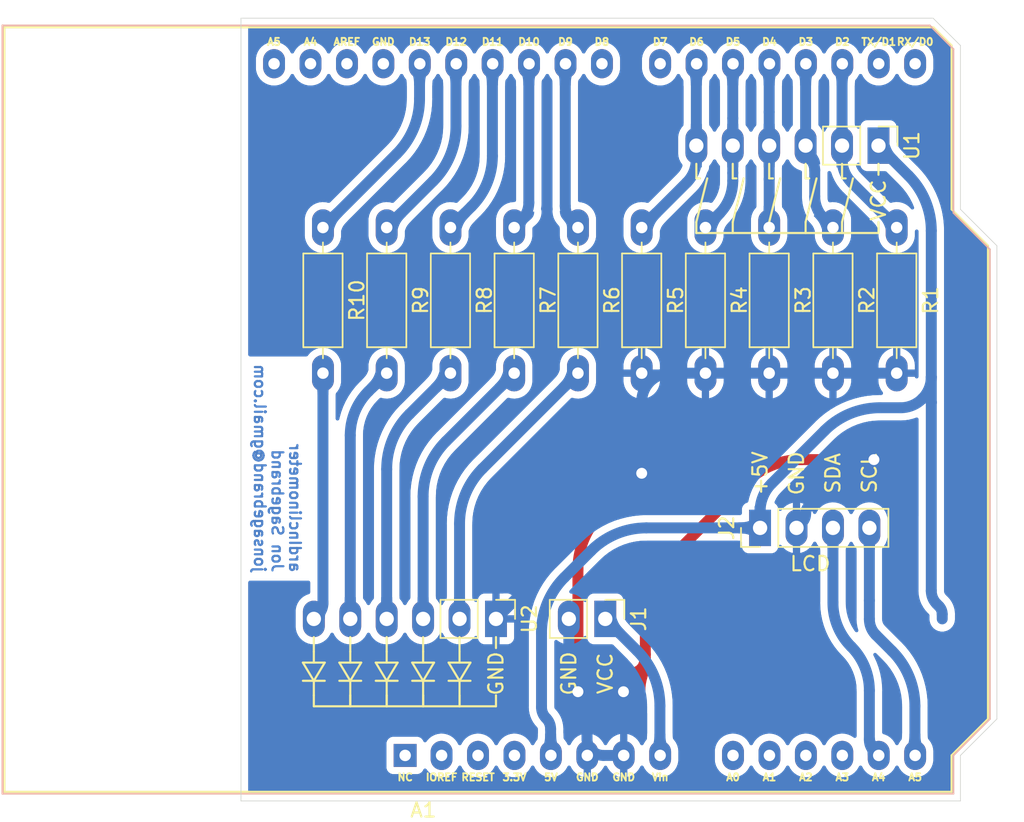
<source format=kicad_pcb>
(kicad_pcb (version 20221018) (generator pcbnew)
  (layers (0 "F.Cu" signal) (31 "B.Cu" signal) (34 "B.Paste" user) (35 "F.Paste" user) (36 "B.SilkS" user "B.Silkscreen") (37 "F.SilkS" user "F.Silkscreen") (38 "B.Mask" user) (39 "F.Mask" user) (44 "Edge.Cuts" user))
  (net 0 "")
  (net 4 "Net-(A1-Pad14)")
  (net 6 "Net-(A1-Pad13)")
  (net 7 "Net-(A1-Pad28)")
  (net 9 "Net-(A1-Pad27)")
  (net 11 "Net-(A1-Pad26)")
  (net 13 "Net-(A1-Pad25)")
  (net 15 "Net-(A1-Pad24)")
  (net 16 "+9V")
  (net 18 "GND")
  (net 20 "Net-(A1-Pad21)")
  (net 21 "+5V")
  (net 22 "Net-(A1-Pad20)")
  (net 24 "Net-(A1-Pad19)")
  (net 26 "Net-(A1-Pad18)")
  (net 28 "Net-(A1-Pad17)")
  (net 32 "Net-(R6-Pad2)")
  (net 33 "Net-(R7-Pad2)")
  (net 34 "Net-(R8-Pad2)")
  (net 35 "Net-(R9-Pad2)")
  (net 36 "Net-(R10-Pad2)")
  (footprint "My_Arduino:Arduino_UNO_R3_shield_large" (layer "F.Cu") (at 131.212488 71.755)
    (fp_text reference "A1")
    (fp_text value "Arduino_UNO_R3")
  )
  (footprint "My_Headers:2-pin_power_input_header_larger_pads" (layer "F.Cu") (at 154.305 110.49 -90)
    (fp_text reference "J1")
    (fp_text value "2-pin_power_input_header" hide)
  )
  (footprint "My_Headers:4-pin_I2C_LCD_header_larger" (layer "F.Cu") (at 165.1 104.14 90)
    (fp_text reference "J2")
    (fp_text value "4-pin_I2C_LCD_header" hide)
  )
  (footprint "My_Misc:R_Axial_DIN0207_L6.3mm_D2.5mm_P10.16mm_Horizontal_larger_pads" (layer "F.Cu") (at 174.625 83.185 -90)
    (fp_text reference "R1")
    (fp_text value "10k" hide)
  )
  (footprint "My_Misc:R_Axial_DIN0207_L6.3mm_D2.5mm_P10.16mm_Horizontal_larger_pads" (layer "F.Cu") (at 170.18 83.185 -90)
    (fp_text reference "R2")
    (fp_text value "10k" hide)
  )
  (footprint "My_Misc:R_Axial_DIN0207_L6.3mm_D2.5mm_P10.16mm_Horizontal_larger_pads" (layer "F.Cu") (at 165.735 83.185 -90)
    (fp_text reference "R3")
    (fp_text value "10k" hide)
  )
  (footprint "My_Misc:R_Axial_DIN0207_L6.3mm_D2.5mm_P10.16mm_Horizontal_larger_pads" (layer "F.Cu") (at 161.29 83.185 -90)
    (fp_text reference "R4")
    (fp_text value "10k" hide)
  )
  (footprint "My_Misc:R_Axial_DIN0207_L6.3mm_D2.5mm_P10.16mm_Horizontal_larger_pads" (layer "F.Cu") (at 156.845 83.185 -90)
    (fp_text reference "R5")
    (fp_text value "10k" hide)
  )
  (footprint "My_Misc:R_Axial_DIN0207_L6.3mm_D2.5mm_P10.16mm_Horizontal_larger_pads" (layer "F.Cu") (at 152.4 83.185 -90)
    (fp_text reference "R6")
    (fp_text value "220R" hide)
  )
  (footprint "My_Misc:R_Axial_DIN0207_L6.3mm_D2.5mm_P10.16mm_Horizontal_larger_pads" (layer "F.Cu") (at 147.955 83.185 -90)
    (fp_text reference "R7")
    (fp_text value "220R" hide)
  )
  (footprint "My_Misc:R_Axial_DIN0207_L6.3mm_D2.5mm_P10.16mm_Horizontal_larger_pads" (layer "F.Cu") (at 143.51 83.185 -90)
    (fp_text reference "R8")
    (fp_text value "220R" hide)
  )
  (footprint "My_Misc:R_Axial_DIN0207_L6.3mm_D2.5mm_P10.16mm_Horizontal_larger_pads" (layer "F.Cu") (at 139.065 83.185 -90)
    (fp_text reference "R9")
    (fp_text value "220R" hide)
  )
  (footprint "My_Misc:R_Axial_DIN0207_L6.3mm_D2.5mm_P10.16mm_Horizontal_larger_pads" (layer "F.Cu") (at 134.62 83.185 -90)
    (fp_text reference "R10")
    (fp_text value "220R" hide)
  )
  (footprint "My_Headers:6-pin_5_switch_header_large" (layer "F.Cu") (at 173.355 77.47 -90)
    (fp_text reference "U1")
    (fp_text value "6-pin_5_button_header" hide)
  )
  (footprint "My_Headers:6-pin_5_LED_header_large" (layer "F.Cu") (at 146.685 110.49 -90)
    (fp_text reference "U2")
    (fp_text value "6-pin_5_LED_header" hide)
  )
  (gr_line (start 128.905 123.19) (end 128.905 68.58) (stroke (width 0.05)) (layer "Edge.Cuts"))
  (gr_line (start 181.61 117.475) (end 181.61 84.455) (stroke (width 0.05)) (layer "Edge.Cuts"))
  (gr_line (start 179.07 120.015) (end 179.07 123.19) (stroke (width 0.05)) (layer "Edge.Cuts"))
  (gr_line (start 179.07 123.19) (end 128.905 123.19) (stroke (width 0.05)) (layer "Edge.Cuts"))
  (gr_line (start 177.165 68.58) (end 179.07 70.485) (stroke (width 0.05)) (layer "Edge.Cuts"))
  (gr_line (start 179.07 120.015) (end 181.61 117.475) (stroke (width 0.05)) (layer "Edge.Cuts"))
  (gr_line (start 179.07 81.915) (end 181.61 84.455) (stroke (width 0.05)) (layer "Edge.Cuts"))
  (gr_line (start 128.905 68.58) (end 177.165 68.58) (stroke (width 0.05)) (layer "Edge.Cuts"))
  (gr_line (start 179.07 70.485) (end 179.07 81.915) (stroke (width 0.05)) (layer "Edge.Cuts"))
  (gr_text "ardInclinometer\nJon Sagebrand\njonsagebrand@gmail.com" (at 131.445 107.315 -90) (layer "B.Cu") (effects (font (size 0.762 0.762) (thickness 0.1524)) (justify left mirror)))
  (segment (start 174.3075 112.73959) (end 173.17859 111.61068) (width 0.762) (layer "B.Cu") (net 4))
  (segment (start 175.895 116.572154) (end 175.895 120.015) (width 0.762) (layer "B.Cu") (net 4))
  (segment (start 172.72 109.206455) (end 172.72 104.14) (width 0.762) (layer "B.Cu") (net 4))
  (segment (start 172.72 109.206455) (end 172.72 110.503545) (width 0.762) (layer "B.Cu") (net 4))
  (arc (start 174.3075 112.73959) (mid 175.482422 114.497985) (end 175.895 116.572154) (width 0.762) (layer "B.Cu") (net 4))
  (arc (start 172.72 110.503545) (mid 172.839183 111.102722) (end 173.17859 111.61068) (width 0.762) (layer "B.Cu") (net 4))
  (segment (start 170.18 109.356031) (end 170.18 104.14) (width 0.762) (layer "B.Cu") (net 6))
  (segment (start 172.72001 115.488158) (end 172.72001 118.931004) (width 0.762) (layer "B.Cu") (net 6))
  (segment (start 173.037505 119.697505) (end 173.355 120.015) (width 0.762) (layer "B.Cu") (net 6))
  (arc (start 170.18 109.356031) (mid 170.510063 111.015373) (end 171.450005 112.422095) (width 0.762) (layer "B.Cu") (net 6))
  (arc (start 171.450005 112.422095) (mid 172.389946 113.828816) (end 172.72001 115.488158) (width 0.762) (layer "B.Cu") (net 6))
  (arc (start 172.72001 118.931004) (mid 172.802524 119.345831) (end 173.037505 119.697505) (width 0.762) (layer "B.Cu") (net 6))
  (segment (start 139.761207 78.043792) (end 134.62 83.185) (width 0.762) (layer "B.Cu") (net 7))
  (segment (start 141.355 74.196036) (end 141.355 71.755) (width 0.762) (layer "B.Cu") (net 7))
  (arc (start 141.355 74.196036) (mid 140.940786 76.278426) (end 139.761207 78.043792) (width 0.762) (layer "B.Cu") (net 7))
  (segment (start 142.301207 79.948792) (end 139.065 83.185) (width 0.762) (layer "B.Cu") (net 9))
  (segment (start 143.895 76.101036) (end 143.895 71.755) (width 0.762) (layer "B.Cu") (net 9))
  (arc (start 143.895 76.101036) (mid 143.480786 78.183426) (end 142.301207 79.948792) (width 0.762) (layer "B.Cu") (net 9))
  (segment (start 144.9725 81.7225) (end 143.51 83.185) (width 0.762) (layer "B.Cu") (net 11))
  (segment (start 146.435 78.191712) (end 146.435 71.755) (width 0.762) (layer "B.Cu") (net 11))
  (arc (start 146.435 78.191712) (mid 146.054908 80.10256) (end 144.9725 81.7225) (width 0.762) (layer "B.Cu") (net 11))
  (segment (start 148.975 81.443751) (end 148.975 71.755) (width 0.762) (layer "B.Cu") (net 13))
  (segment (start 148.465 82.675) (end 147.955 83.185) (width 0.762) (layer "B.Cu") (net 13))
  (arc (start 148.975 81.443751) (mid 148.842455 82.110098) (end 148.465 82.675) (width 0.762) (layer "B.Cu") (net 13))
  (segment (start 151.9575 82.7425) (end 152.4 83.185) (width 0.762) (layer "B.Cu") (net 15))
  (segment (start 151.515 81.67421) (end 151.515 71.755) (width 0.762) (layer "B.Cu") (net 15))
  (arc (start 151.515 81.67421) (mid 151.630002 82.252364) (end 151.9575 82.7425) (width 0.762) (layer "B.Cu") (net 15))
  (segment (start 156.521207 112.706207) (end 154.305 110.49) (width 0.762) (layer "B.Cu") (net 16))
  (segment (start 158.115 116.553963) (end 158.115 120.015) (width 0.762) (layer "B.Cu") (net 16))
  (arc (start 156.521207 112.706207) (mid 157.700786 114.471572) (end 158.115 116.553963) (width 0.762) (layer "B.Cu") (net 16))
  (segment (start 173.0375 99.3775) (end 167.976261 99.3775) (width 0.762) (layer "F.Cu") (net 18))
  (segment (start 158.692791 106.407006) (end 164.128505 100.971292) (width 0.762) (layer "F.Cu") (net 18))
  (segment (start 152.4 107.028963) (end 152.4 115.57) (width 0.762) (layer "F.Cu") (net 18))
  (segment (start 157.098999 112.96837) (end 157.098999 110.254762) (width 0.762) (layer "F.Cu") (net 18))
  (segment (start 156.336999 114.808) (end 155.575 115.57) (width 0.762) (layer "F.Cu") (net 18))
  (segment (start 153.993792 103.181207) (end 156.845 100.33) (width 0.762) (layer "F.Cu") (net 18))
  (via (at 152.4 115.57) (size 3.048) (drill 0.762) (layers "F.Cu" "B.Cu") (net 18))
  (via (at 156.845 100.33) (size 3.048) (drill 0.762) (layers "F.Cu" "B.Cu") (net 18))
  (via (at 155.575 115.57) (size 3.048) (drill 0.762) (layers "F.Cu" "B.Cu") (net 18))
  (via (at 173.0375 99.3775) (size 3.048) (drill 0.762) (layers "F.Cu" "B.Cu") (net 18))
  (arc (start 157.098999 112.96837) (mid 156.900961 113.96397) (end 156.336999 114.808) (width 0.762) (layer "F.Cu") (net 18))
  (arc (start 153.993792 103.181207) (mid 152.814213 104.946572) (end 152.4 107.028963) (width 0.762) (layer "F.Cu") (net 18))
  (arc (start 167.976261 99.3775) (mid 165.89387 99.791713) (end 164.128505 100.971292) (width 0.762) (layer "F.Cu") (net 18))
  (arc (start 158.692791 106.407006) (mid 157.513212 108.172371) (end 157.098999 110.254762) (width 0.762) (layer "F.Cu") (net 18))
  (segment (start 155.575 115.57) (end 152.4 115.57) (width 0.762) (layer "B.Cu") (net 18))
  (segment (start 155.575 115.57) (end 155.575 115.57) (width 0.762) (layer "B.Cu") (net 18))
  (segment (start 156.845 100.33) (end 156.845 100.33) (width 0.762) (layer "B.Cu") (net 18))
  (segment (start 173.0375 99.3775) (end 172.72 99.06) (width 0.762) (layer "B.Cu") (net 18))
  (segment (start 154.178 120.015) (end 155.575 120.015) (width 0.762) (layer "B.Cu") (net 18))
  (segment (start 163.5125 93.345) (end 159.0675 93.345) (width 0.762) (layer "B.Cu") (net 18))
  (segment (start 168.040905 103.739094) (end 167.64 104.14) (width 0.762) (layer "B.Cu") (net 18))
  (segment (start 159.0675 93.345) (end 158.844998 93.345) (width 0.762) (layer "B.Cu") (net 18))
  (segment (start 156.845 100.33) (end 146.685 110.49) (width 0.762) (layer "B.Cu") (net 18))
  (segment (start 156.845 100.33) (end 156.845 95.344998) (width 0.762) (layer "B.Cu") (net 18))
  (segment (start 151.765 115.2525) (end 151.765 110.49) (width 0.762) (layer "B.Cu") (net 18))
  (segment (start 152.4 115.57) (end 152.0825 115.57) (width 0.762) (layer "B.Cu") (net 18))
  (segment (start 172.4025 93.345) (end 174.625 93.345) (width 0.762) (layer "B.Cu") (net 18))
  (segment (start 168.832954 102.284954) (end 168.509074 102.608835) (width 0.762) (layer "B.Cu") (net 18))
  (segment (start 170.180001 101.72699) (end 172.570125 101.72699) (width 0.762) (layer "B.Cu") (net 18))
  (segment (start 173.50908 100.182537) (end 173.50908 100.788035) (width 0.762) (layer "B.Cu") (net 18))
  (segment (start 153.035 118.872) (end 153.035 118.627025) (width 0.762) (layer "B.Cu") (net 18))
  (segment (start 175.26 104.715997) (end 175.26 110.49) (width 0.762) (layer "B.Cu") (net 18))
  (segment (start 152.079308 116.773308) (end 152.4 117.094) (width 0.762) (layer "B.Cu") (net 18))
  (segment (start 174.38454 102.60245) (end 174.173021 102.390931) (width 0.762) (layer "B.Cu") (net 18))
  (segment (start 151.765 116.0145) (end 151.765 115.8875) (width 0.762) (layer "B.Cu") (net 18))
  (segment (start 172.4025 93.345) (end 167.9575 93.345) (width 0.762) (layer "B.Cu") (net 18))
  (segment (start 167.9575 93.345) (end 163.5125 93.345) (width 0.762) (layer "B.Cu") (net 18))
  (segment (start 151.765 115.8875) (end 151.765 115.2525) (width 0.762) (layer "B.Cu") (net 18))
  (segment (start 173.27329 99.61329) (end 173.0375 99.3775) (width 0.762) (layer "B.Cu") (net 18))
  (arc (start 174.173021 102.390931) (mid 173.437606 101.899542) (end 172.570125 101.72699) (width 0.762) (layer "B.Cu") (net 18))
  (arc (start 168.509074 102.608835) (mid 168.335826 102.868119) (end 168.27499 103.173965) (width 0.762) (layer "B.Cu") (net 18))
  (arc (start 170.180001 101.72699) (mid 169.450984 101.872) (end 168.832954 102.284954) (width 0.762) (layer "B.Cu") (net 18))
  (arc (start 173.50908 100.788035) (mid 173.681632 101.655516) (end 174.173021 102.390931) (width 0.762) (layer "B.Cu") (net 18))
  (arc (start 152.4 117.094) (mid 152.869968 117.797357) (end 153.035 118.627025) (width 0.762) (layer "B.Cu") (net 18))
  (arc (start 172.570125 101.72699) (mid 173.234066 101.451976) (end 173.50908 100.788035) (width 0.762) (layer "B.Cu") (net 18))
  (arc (start 153.035 118.872) (mid 153.369776 119.680223) (end 154.178 120.015) (width 0.762) (layer "B.Cu") (net 18))
  (arc (start 152.0825 115.57) (mid 151.857993 115.662993) (end 151.765 115.8875) (width 0.762) (layer "B.Cu") (net 18))
  (arc (start 158.844998 93.345) (mid 157.430785 93.930785) (end 156.845 95.344998) (width 0.762) (layer "B.Cu") (net 18))
  (arc (start 174.38454 102.60245) (mid 175.032475 103.572153) (end 175.26 104.715997) (width 0.762) (layer "B.Cu") (net 18))
  (arc (start 151.765 115.2525) (mid 151.857993 115.477006) (end 152.0825 115.57) (width 0.762) (layer "B.Cu") (net 18))
  (arc (start 168.27499 103.173965) (mid 168.214153 103.47981) (end 168.040905 103.739094) (width 0.762) (layer "B.Cu") (net 18))
  (arc (start 151.765 116.0145) (mid 151.846685 116.425164) (end 152.079308 116.773308) (width 0.762) (layer "B.Cu") (net 18))
  (arc (start 173.27329 99.61329) (mid 173.4478 99.874462) (end 173.50908 100.182537) (width 0.762) (layer "B.Cu") (net 18))
  (segment (start 160.655 76.5175) (end 160.655 71.755) (width 0.762) (layer "B.Cu") (net 20))
  (segment (start 159.98148 80.048519) (end 156.845 83.185) (width 0.762) (layer "B.Cu") (net 20))
  (segment (start 160.655 76.5175) (end 160.655 78.4225) (width 0.762) (layer "B.Cu") (net 20))
  (arc (start 160.655 78.4225) (mid 160.479957 79.302495) (end 159.98148 80.048519) (width 0.762) (layer "B.Cu") (net 20))
  (segment (start 177.8 110.158955) (end 177.8 110.49) (width 0.762) (layer "B.Cu") (net 21))
  (segment (start 177.038001 93.615991) (end 177.038001 83.406964) (width 0.762) (layer "B.Cu") (net 21))
  (segment (start 149.85999 111.446883) (end 149.85999 116.64497) (width 0.762) (layer "B.Cu") (net 21))
  (segment (start 150.495 118.178019) (end 150.495 120.015) (width 0.762) (layer "B.Cu") (net 21))
  (segment (start 169.602206 97.351793) (end 165.908223 101.045776) (width 0.762) (layer "B.Cu") (net 21))
  (segment (start 163.957 104.14) (end 157.166873 104.14) (width 0.762) (layer "B.Cu") (net 21))
  (segment (start 177.038001 108.527096) (end 177.038001 95.39049) (width 0.762) (layer "B.Cu") (net 21))
  (segment (start 175.444208 79.559208) (end 173.355 77.47) (width 0.762) (layer "B.Cu") (net 21))
  (segment (start 177.419 109.44691) (end 177.565915 109.593825) (width 0.762) (layer "B.Cu") (net 21))
  (segment (start 151.453782 107.599126) (end 153.319117 105.733792) (width 0.762) (layer "B.Cu") (net 21))
  (segment (start 177.038001 93.615991) (end 177.038001 95.39049) (width 0.762) (layer "B.Cu") (net 21))
  (segment (start 173.449962 95.758001) (end 174.895991 95.758001) (width 0.762) (layer "B.Cu") (net 21))
  (arc (start 165.1 102.997) (mid 164.765223 103.805223) (end 163.957 104.14) (width 0.762) (layer "B.Cu") (net 21))
  (arc (start 151.453782 107.599126) (mid 150.274203 109.364492) (end 149.85999 111.446883) (width 0.762) (layer "B.Cu") (net 21))
  (arc (start 175.444208 79.559208) (mid 176.623787 81.324573) (end 177.038001 83.406964) (width 0.762) (layer "B.Cu") (net 21))
  (arc (start 177.565915 109.593825) (mid 177.739163 109.853109) (end 177.8 110.158955) (width 0.762) (layer "B.Cu") (net 21))
  (arc (start 173.449962 95.758001) (mid 171.367571 96.172214) (end 169.602206 97.351793) (width 0.762) (layer "B.Cu") (net 21))
  (arc (start 176.410621 95.130621) (mid 175.715702 95.59495) (end 174.895991 95.758001) (width 0.762) (layer "B.Cu") (net 21))
  (arc (start 157.166873 104.14) (mid 155.084482 104.554213) (end 153.319117 105.733792) (width 0.762) (layer "B.Cu") (net 21))
  (arc (start 165.908223 101.045776) (mid 165.31005 101.941005) (end 165.1 102.997) (width 0.762) (layer "B.Cu") (net 21))
  (arc (start 149.85999 116.64497) (mid 149.942506 117.05981) (end 150.177495 117.411495) (width 0.762) (layer "B.Cu") (net 21))
  (arc (start 177.038001 95.39049) (mid 176.81113 95.050954) (end 176.410621 95.130621) (width 0.762) (layer "B.Cu") (net 21))
  (arc (start 150.177495 117.411495) (mid 150.412483 117.763179) (end 150.495 118.178019) (width 0.762) (layer "B.Cu") (net 21))
  (arc (start 176.410621 95.130621) (mid 176.87495 94.435702) (end 177.038001 93.615991) (width 0.762) (layer "B.Cu") (net 21))
  (arc (start 177.038001 108.527096) (mid 177.137019 109.024895) (end 177.419 109.44691) (width 0.762) (layer "B.Cu") (net 21))
  (segment (start 163.195 75.565) (end 163.195 71.755) (width 0.762) (layer "B.Cu") (net 22))
  (segment (start 162.2425 82.2325) (end 161.29 83.185) (width 0.762) (layer "B.Cu") (net 22))
  (segment (start 163.195 75.565) (end 163.195 79.375) (width 0.762) (layer "B.Cu") (net 22))
  (segment (start 163.195 79.932961) (end 163.195 79.375) (width 0.762) (layer "B.Cu") (net 22))
  (arc (start 163.195 79.932961) (mid 162.947453 81.177462) (end 162.2425 82.2325) (width 0.762) (layer "B.Cu") (net 22))
  (segment (start 165.735 79.813144) (end 165.735 83.185) (width 0.762) (layer "B.Cu") (net 24))
  (segment (start 165.735 75.126856) (end 165.735 71.755) (width 0.762) (layer "B.Cu") (net 24))
  (segment (start 165.735 75.126856) (end 165.735 79.813144) (width 0.762) (layer "B.Cu") (net 24))
  (segment (start 168.90999 81.016957) (end 168.90999 79.188995) (width 0.762) (layer "B.Cu") (net 26))
  (segment (start 169.544995 82.549995) (end 170.18 83.185) (width 0.762) (layer "B.Cu") (net 26))
  (segment (start 168.275 77.655994) (end 168.275 71.755) (width 0.762) (layer "B.Cu") (net 26))
  (arc (start 168.275 77.655994) (mid 168.357514 78.070821) (end 168.592495 78.422495) (width 0.762) (layer "B.Cu") (net 26))
  (arc (start 168.592495 78.422495) (mid 168.827475 78.774168) (end 168.90999 79.188995) (width 0.762) (layer "B.Cu") (net 26))
  (arc (start 168.90999 81.016957) (mid 169.075022 81.846631) (end 169.544995 82.549995) (width 0.762) (layer "B.Cu") (net 26))
  (segment (start 170.815 76.5175) (end 170.815 71.755) (width 0.762) (layer "B.Cu") (net 28))
  (segment (start 171.488519 80.048519) (end 174.625 83.185) (width 0.762) (layer "B.Cu") (net 28))
  (segment (start 170.815 76.5175) (end 170.815 78.4225) (width 0.762) (layer "B.Cu") (net 28))
  (arc (start 170.815 78.4225) (mid 170.990041 79.302495) (end 171.488519 80.048519) (width 0.762) (layer "B.Cu") (net 28))
  (segment (start 144.145 103.853963) (end 144.145 110.49) (width 0.762) (layer "B.Cu") (net 32))
  (segment (start 145.738792 100.006207) (end 152.4 93.345) (width 0.762) (layer "B.Cu") (net 32))
  (arc (start 145.738792 100.006207) (mid 144.559213 101.771572) (end 144.145 103.853963) (width 0.762) (layer "B.Cu") (net 32))
  (segment (start 141.605 101.948963) (end 141.605 110.49) (width 0.762) (layer "B.Cu") (net 33))
  (segment (start 143.198792 98.101207) (end 147.955 93.345) (width 0.762) (layer "B.Cu") (net 33))
  (arc (start 143.198792 98.101207) (mid 142.019213 99.866572) (end 141.605 101.948963) (width 0.762) (layer "B.Cu") (net 33))
  (segment (start 140.658792 96.196207) (end 143.51 93.345) (width 0.762) (layer "B.Cu") (net 34))
  (segment (start 139.065 100.043963) (end 139.065 110.49) (width 0.762) (layer "B.Cu") (net 34))
  (arc (start 140.658792 96.196207) (mid 139.479213 97.961572) (end 139.065 100.043963) (width 0.762) (layer "B.Cu") (net 34))
  (segment (start 136.525 97.681051) (end 136.525 110.49) (width 0.762) (layer "B.Cu") (net 35))
  (segment (start 137.795 94.615) (end 139.065 93.345) (width 0.762) (layer "B.Cu") (net 35))
  (arc (start 137.795 94.615) (mid 136.855062 96.021716) (end 136.525 97.681051) (width 0.762) (layer "B.Cu") (net 35))
  (segment (start 134.62 109.405987) (end 134.62 93.345) (width 0.762) (layer "B.Cu") (net 36))
  (segment (start 134.3025 110.1725) (end 133.985 110.49) (width 0.762) (layer "B.Cu") (net 36))
  (arc (start 134.62 109.405987) (mid 134.537484 109.82082) (end 134.3025 110.1725) (width 0.762) (layer "B.Cu") (net 36))
  (zone (net 18) (net_name "GND") (layer "F.Cu") (priority 16962) (connect_pads yes (clearance 0)) (min_thickness 0.0254) (fill yes (thermal_gap 0.508) (thermal_bridge_width 0.508))
    (polygon (pts (xy 154.961975 102.75184) (xy 155.22167 102.512779) (xy 155.458485 102.334923) (xy 155.67922 102.207056) (xy 155.890671 102.117963) (xy 156.099638 102.056428) (xy 156.312918 102.011237) (xy 156.53731 101.971173) (xy 156.779612 101.925022) (xy 157.046622 101.861568) (xy 157.345139 101.769596) (xy 157.383815 99.791185) (xy 155.405404 99.829861) (xy 155.313431 100.128377) (xy 155.249977 100.395387) (xy 155.203826 100.637689) (xy 155.163762 100.862081) (xy 155.118571 101.075361) (xy 155.057036 101.284328) (xy 154.967943 101.495779) (xy 154.840076 101.716514) (xy 154.66222 101.953329) (xy 154.42316 102.213025)))
  )
  (zone (net 18) (net_name "GND") (layer "F.Cu") (priority 16962) (connect_pads yes (clearance 0)) (min_thickness 0.0254) (fill yes (thermal_gap 0.508) (thermal_bridge_width 0.508))
    (polygon (pts (xy 156.717999 113.147262) (xy 156.693153 113.400086) (xy 156.622356 113.591009) (xy 156.511218 113.730369) (xy 156.365347 113.828502) (xy 156.190352 113.895745) (xy 155.991844 113.942434) (xy 155.775431 113.978908) (xy 155.546724 114.015503) (xy 155.31133 114.062556) (xy 155.074861 114.130404) (xy 155.036185 116.108815) (xy 157.099 115.57) (xy 157.109667 115.277022) (xy 157.138623 115.027657) (xy 157.181295 114.809775) (xy 157.233111 114.611247) (xy 157.289499 114.419943) (xy 157.345887 114.223734) (xy 157.397703 114.010491) (xy 157.440375 113.768084) (xy 157.469331 113.484384) (xy 157.479999 113.147262)))
  )
  (zone (net 18) (net_name "GND") (layer "F.Cu") (priority 16962) (connect_pads yes (clearance 0)) (min_thickness 0.0254) (fill yes (thermal_gap 0.508) (thermal_bridge_width 0.508))
    (polygon (pts (xy 169.9935 99.7585) (xy 170.346173 99.773091) (xy 170.63939 99.814781) (xy 170.885889 99.880449) (xy 171.098406 99.966969) (xy 171.28968 100.071219) (xy 171.472447 100.190076) (xy 171.659445 100.320415) (xy 171.863413 100.459115) (xy 172.097086 100.603051) (xy 172.373204 100.7491) (xy 173.7995 99.3775) (xy 172.373204 98.0059) (xy 172.097086 98.151948) (xy 171.863413 98.295884) (xy 171.659445 98.434584) (xy 171.472447 98.564923) (xy 171.28968 98.68378) (xy 171.098406 98.78803) (xy 170.885889 98.87455) (xy 170.63939 98.940218) (xy 170.346173 98.981908) (xy 169.9935 98.9965)))
  )
  (zone (net 18) (net_name "GND") (layer "F.Cu") (priority 16962) (connect_pads yes (clearance 0)) (min_thickness 0.0254) (fill yes (thermal_gap 0.508) (thermal_bridge_width 0.508))
    (polygon (pts (xy 152.019 112.526) (xy 152.004408 112.878673) (xy 151.962718 113.17189) (xy 151.89705 113.418389) (xy 151.81053 113.630906) (xy 151.70628 113.82218) (xy 151.587423 114.004947) (xy 151.457084 114.191945) (xy 151.318384 114.395913) (xy 151.174448 114.629586) (xy 151.0284 114.905704) (xy 152.4 116.332) (xy 153.7716 114.905704) (xy 153.625551 114.629586) (xy 153.481615 114.395913) (xy 153.342915 114.191945) (xy 153.212576 114.004947) (xy 153.093719 113.82218) (xy 152.989469 113.630906) (xy 152.902949 113.418389) (xy 152.837281 113.17189) (xy 152.795591 112.878673) (xy 152.781 112.526)))
  )
  (zone (net 24) (net_name "Net-(A1-Pad19)") (layer "B.Cu") (priority 16962) (connect_pads yes (clearance 0)) (min_thickness 0.0254) (fill yes (thermal_gap 0.508) (thermal_bridge_width 0.508))
    (polygon (pts (xy 165.354 75.948) (xy 165.351247 76.118612) (xy 165.342859 76.265123) (xy 165.328638 76.39227) (xy 165.308387 76.504787) (xy 165.281908 76.60741) (xy 165.249005 76.704874) (xy 165.209479 76.801915) (xy 165.163135 76.903268) (xy 165.109774 77.013668) (xy 165.0492 77.137852) (xy 165.735 77.851) (xy 166.4208 77.137852) (xy 166.360225 77.013668) (xy 166.306864 76.903268) (xy 166.26052 76.801915) (xy 166.220994 76.704874) (xy 166.188091 76.60741) (xy 166.161612 76.504787) (xy 166.141361 76.39227) (xy 166.12714 76.265123) (xy 166.118752 76.118612) (xy 166.116 75.948)))
  )
  (zone (net 33) (net_name "Net-(R7-Pad2)") (layer "B.Cu") (priority 16962) (connect_pads yes (clearance 0)) (min_thickness 0.0254) (fill yes (thermal_gap 0.508) (thermal_bridge_width 0.508))
    (polygon (pts (xy 147.148192 94.690624) (xy 147.270778 94.571929) (xy 147.380309 94.474261) (xy 147.480271 94.39441) (xy 147.574152 94.329168) (xy 147.66544 94.275326) (xy 147.757624 94.229675) (xy 147.854191 94.189005) (xy 147.958629 94.150109) (xy 148.074425 94.109776) (xy 148.205069 94.064798) (xy 148.224407 93.075593) (xy 147.235202 93.094931) (xy 147.190223 93.225574) (xy 147.14989 93.34137) (xy 147.110994 93.445808) (xy 147.070324 93.542375) (xy 147.024673 93.634559) (xy 146.970831 93.725847) (xy 146.905589 93.819728) (xy 146.825738 93.91969) (xy 146.72807 94.029221) (xy 146.609376 94.151808)))
  )
  (zone (net 9) (net_name "Net-(A1-Pad27)") (layer "B.Cu") (priority 16962) (connect_pads yes (clearance 0)) (min_thickness 0.0254) (fill yes (thermal_gap 0.508) (thermal_bridge_width 0.508))
    (polygon (pts (xy 139.871808 81.839376) (xy 139.749221 81.95807) (xy 139.63969 82.055738) (xy 139.539728 82.135589) (xy 139.445847 82.200831) (xy 139.354559 82.254673) (xy 139.262375 82.300324) (xy 139.165808 82.340994) (xy 139.06137 82.37989) (xy 138.945574 82.420223) (xy 138.814931 82.465202) (xy 138.795593 83.454407) (xy 139.784798 83.435069) (xy 139.829776 83.304425) (xy 139.870109 83.188629) (xy 139.909005 83.084191) (xy 139.949675 82.987624) (xy 139.995326 82.89544) (xy 140.049168 82.804152) (xy 140.11441 82.710271) (xy 140.194261 82.610309) (xy 140.291929 82.500778) (xy 140.410624 82.378192)))
  )
  (zone (net 18) (net_name "GND") (layer "B.Cu") (connect_pads (clearance 0.508)) (min_thickness 0.254) (fill yes (thermal_gap 0.508) (thermal_bridge_width 0.508))
    (polygon (pts (xy 182.88 123.825) (xy 128.27 123.825) (xy 128.27 67.945) (xy 182.88 67.945)))
  )
  (zone (net 20) (net_name "Net-(A1-Pad21)") (layer "B.Cu") (priority 16962) (connect_pads yes (clearance 0)) (min_thickness 0.0254) (fill yes (thermal_gap 0.508) (thermal_bridge_width 0.508))
    (polygon (pts (xy 160.274 75.948) (xy 160.271247 76.118612) (xy 160.262859 76.265123) (xy 160.248638 76.39227) (xy 160.228387 76.504787) (xy 160.201908 76.60741) (xy 160.169005 76.704874) (xy 160.129479 76.801915) (xy 160.083135 76.903268) (xy 160.029774 77.013668) (xy 159.9692 77.137852) (xy 160.655 77.851) (xy 161.3408 77.137852) (xy 161.280225 77.013668) (xy 161.226864 76.903268) (xy 161.18052 76.801915) (xy 161.140994 76.704874) (xy 161.108091 76.60741) (xy 161.081612 76.504787) (xy 161.061361 76.39227) (xy 161.04714 76.265123) (xy 161.038752 76.118612) (xy 161.036 75.948)))
  )
  (zone (net 11) (net_name "Net-(A1-Pad26)") (layer "B.Cu") (priority 16962) (connect_pads yes (clearance 0)) (min_thickness 0.0254) (fill yes (thermal_gap 0.508) (thermal_bridge_width 0.508))
    (polygon (pts (xy 146.816 73.277) (xy 146.818812 73.108116) (xy 146.827397 72.963034) (xy 146.841976 72.837118) (xy 146.862771 72.72573) (xy 146.890003 72.624234) (xy 146.923894 72.527994) (xy 146.964664 72.432371) (xy 147.012536 72.33273) (xy 147.067732 72.224434) (xy 147.130472 72.102847) (xy 146.46127 71.374101) (xy 145.759236 72.071272) (xy 145.817565 72.19804) (xy 145.869023 72.310544) (xy 145.913782 72.413615) (xy 145.952016 72.512088) (xy 145.983895 72.610794) (xy 146.009591 72.714568) (xy 146.029278 72.828243) (xy 146.043127 72.956651) (xy 146.05131 73.104625) (xy 146.054 73.277)))
  )
  (zone (net 22) (net_name "Net-(A1-Pad20)") (layer "B.Cu") (priority 16962) (connect_pads yes (clearance 0)) (min_thickness 0.0254) (fill yes (thermal_gap 0.508) (thermal_bridge_width 0.508))
    (polygon (pts (xy 162.096808 81.839376) (xy 161.974221 81.95807) (xy 161.86469 82.055738) (xy 161.764728 82.135589) (xy 161.670847 82.200831) (xy 161.579559 82.254673) (xy 161.487375 82.300324) (xy 161.390808 82.340994) (xy 161.28637 82.37989) (xy 161.170574 82.420223) (xy 161.039931 82.465202) (xy 161.020593 83.454407) (xy 162.009798 83.435069) (xy 162.054776 83.304425) (xy 162.095109 83.188629) (xy 162.134005 83.084191) (xy 162.174675 82.987624) (xy 162.220326 82.89544) (xy 162.274168 82.804152) (xy 162.33941 82.710271) (xy 162.419261 82.610309) (xy 162.516929 82.500778) (xy 162.635624 82.378192)))
  )
  (zone (net 21) (net_name "+5V") (layer "B.Cu") (priority 16962) (connect_pads yes (clearance 0)) (min_thickness 0.0254) (fill yes (thermal_gap 0.508) (thermal_bridge_width 0.508))
    (polygon (pts (xy 174.700624 78.276808) (xy 174.581929 78.154221) (xy 174.484261 78.04469) (xy 174.40441 77.944728) (xy 174.339168 77.850847) (xy 174.285326 77.759559) (xy 174.239675 77.667375) (xy 174.199005 77.570808) (xy 174.160109 77.46637) (xy 174.119776 77.350574) (xy 174.074798 77.219931) (xy 173.085593 77.200593) (xy 173.104931 78.189798) (xy 173.235574 78.234776) (xy 173.35137 78.275109) (xy 173.455808 78.314005) (xy 173.552375 78.354675) (xy 173.644559 78.400326) (xy 173.735847 78.454168) (xy 173.829728 78.51941) (xy 173.92969 78.599261) (xy 174.039221 78.696929) (xy 174.161808 78.815624)))
  )
  (zone (net 28) (net_name "Net-(A1-Pad17)") (layer "B.Cu") (priority 16962) (connect_pads yes (clearance 0)) (min_thickness 0.0254) (fill yes (thermal_gap 0.508) (thermal_bridge_width 0.508))
    (polygon (pts (xy 170.434 75.948) (xy 170.431247 76.118612) (xy 170.422859 76.265123) (xy 170.408638 76.39227) (xy 170.388387 76.504787) (xy 170.361908 76.60741) (xy 170.329005 76.704874) (xy 170.289479 76.801915) (xy 170.243135 76.903268) (xy 170.189774 77.013668) (xy 170.1292 77.137852) (xy 170.815 77.851) (xy 171.5008 77.137852) (xy 171.440225 77.013668) (xy 171.386864 76.903268) (xy 171.34052 76.801915) (xy 171.300994 76.704874) (xy 171.268091 76.60741) (xy 171.241612 76.504787) (xy 171.221361 76.39227) (xy 171.20714 76.265123) (xy 171.198752 76.118612) (xy 171.196 75.948)))
  )
  (zone (net 21) (net_name "+5V") (layer "B.Cu") (priority 16962) (connect_pads yes (clearance 0)) (min_thickness 0.0254) (fill yes (thermal_gap 0.508) (thermal_bridge_width 0.508))
    (polygon (pts (xy 164.719 102.618) (xy 164.716247 102.788612) (xy 164.707859 102.935123) (xy 164.693638 103.06227) (xy 164.673387 103.174787) (xy 164.646908 103.27741) (xy 164.614005 103.374874) (xy 164.574479 103.471915) (xy 164.528135 103.573268) (xy 164.474774 103.683668) (xy 164.4142 103.807852) (xy 165.1 104.521) (xy 165.7858 103.807852) (xy 165.725225 103.683668) (xy 165.671864 103.573268) (xy 165.62552 103.471915) (xy 165.585994 103.374874) (xy 165.553091 103.27741) (xy 165.526612 103.174787) (xy 165.506361 103.06227) (xy 165.49214 102.935123) (xy 165.483752 102.788612) (xy 165.481 102.618)))
  )
  (zone (net 35) (net_name "Net-(R9-Pad2)") (layer "B.Cu") (priority 16962) (connect_pads yes (clearance 0)) (min_thickness 0.0254) (fill yes (thermal_gap 0.508) (thermal_bridge_width 0.508))
    (polygon (pts (xy 138.258192 94.690624) (xy 138.380778 94.571929) (xy 138.490309 94.474261) (xy 138.590271 94.39441) (xy 138.684152 94.329168) (xy 138.77544 94.275326) (xy 138.867624 94.229675) (xy 138.964191 94.189005) (xy 139.068629 94.150109) (xy 139.184425 94.109776) (xy 139.315069 94.064798) (xy 139.334407 93.075593) (xy 138.345202 93.094931) (xy 138.300223 93.225574) (xy 138.25989 93.34137) (xy 138.220994 93.445808) (xy 138.180324 93.542375) (xy 138.134673 93.634559) (xy 138.080831 93.725847) (xy 138.015589 93.819728) (xy 137.935738 93.91969) (xy 137.83807 94.029221) (xy 137.719376 94.151808)))
  )
  (zone (net 28) (net_name "Net-(A1-Pad17)") (layer "B.Cu") (priority 16962) (connect_pads yes (clearance 0)) (min_thickness 0.0254) (fill yes (thermal_gap 0.508) (thermal_bridge_width 0.508))
    (polygon (pts (xy 171.196 78.992) (xy 171.198752 78.821387) (xy 171.20714 78.674876) (xy 171.221361 78.547729) (xy 171.241612 78.435212) (xy 171.268091 78.332589) (xy 171.300994 78.235125) (xy 171.34052 78.138084) (xy 171.386864 78.036731) (xy 171.440225 77.926331) (xy 171.5008 77.802148) (xy 170.815 77.089) (xy 170.1292 77.802148) (xy 170.189774 77.926331) (xy 170.243135 78.036731) (xy 170.289479 78.138084) (xy 170.329005 78.235125) (xy 170.361908 78.332589) (xy 170.388387 78.435212) (xy 170.408638 78.547729) (xy 170.422859 78.674876) (xy 170.431247 78.821387) (xy 170.434 78.992)))
  )
  (zone (net 24) (net_name "Net-(A1-Pad19)") (layer "B.Cu") (priority 16962) (connect_pads yes (clearance 0)) (min_thickness 0.0254) (fill yes (thermal_gap 0.508) (thermal_bridge_width 0.508))
    (polygon (pts (xy 166.116 78.992) (xy 166.118752 78.821387) (xy 166.12714 78.674876) (xy 166.141361 78.547729) (xy 166.161612 78.435212) (xy 166.188091 78.332589) (xy 166.220994 78.235125) (xy 166.26052 78.138084) (xy 166.306864 78.036731) (xy 166.360225 77.926331) (xy 166.4208 77.802148) (xy 165.735 77.089) (xy 165.0492 77.802148) (xy 165.109774 77.926331) (xy 165.163135 78.036731) (xy 165.209479 78.138084) (xy 165.249005 78.235125) (xy 165.281908 78.332589) (xy 165.308387 78.435212) (xy 165.328638 78.547729) (xy 165.342859 78.674876) (xy 165.351247 78.821387) (xy 165.354 78.992)))
  )
  (zone (net 26) (net_name "Net-(A1-Pad18)") (layer "B.Cu") (priority 16962) (connect_pads yes (clearance 0)) (min_thickness 0.0254) (fill yes (thermal_gap 0.508) (thermal_bridge_width 0.508))
    (polygon (pts (xy 168.656 73.277) (xy 168.658812 73.108116) (xy 168.667397 72.963034) (xy 168.681976 72.837118) (xy 168.702771 72.72573) (xy 168.730003 72.624234) (xy 168.763894 72.527994) (xy 168.804664 72.432371) (xy 168.852536 72.33273) (xy 168.907732 72.224434) (xy 168.970472 72.102847) (xy 168.30127 71.374101) (xy 167.599236 72.071272) (xy 167.657565 72.19804) (xy 167.709023 72.310544) (xy 167.753782 72.413615) (xy 167.792016 72.512088) (xy 167.823895 72.610794) (xy 167.849591 72.714568) (xy 167.869278 72.828243) (xy 167.883127 72.956651) (xy 167.89131 73.104625) (xy 167.894 73.277)))
  )
  (zone (net 35) (net_name "Net-(R9-Pad2)") (layer "B.Cu") (priority 16962) (connect_pads yes (clearance 0)) (min_thickness 0.0254) (fill yes (thermal_gap 0.508) (thermal_bridge_width 0.508))
    (polygon (pts (xy 136.144 108.968) (xy 136.141247 109.138612) (xy 136.132859 109.285123) (xy 136.118638 109.41227) (xy 136.098387 109.524787) (xy 136.071908 109.62741) (xy 136.039005 109.724874) (xy 135.999479 109.821915) (xy 135.953135 109.923268) (xy 135.899774 110.033668) (xy 135.8392 110.157852) (xy 136.525 110.871) (xy 137.2108 110.157852) (xy 137.150225 110.033668) (xy 137.096864 109.923268) (xy 137.05052 109.821915) (xy 137.010994 109.724874) (xy 136.978091 109.62741) (xy 136.951612 109.524787) (xy 136.931361 109.41227) (xy 136.91714 109.285123) (xy 136.908752 109.138612) (xy 136.906 108.968)))
  )
  (zone (net 4) (net_name "Net-(A1-Pad14)") (layer "B.Cu") (priority 16962) (connect_pads yes (clearance 0)) (min_thickness 0.0254) (fill yes (thermal_gap 0.508) (thermal_bridge_width 0.508))
    (polygon (pts (xy 173.101 105.662) (xy 173.103752 105.491387) (xy 173.11214 105.344876) (xy 173.126361 105.217729) (xy 173.146612 105.105212) (xy 173.173091 105.002589) (xy 173.205994 104.905125) (xy 173.24552 104.808084) (xy 173.291864 104.706731) (xy 173.345225 104.596331) (xy 173.4058 104.472148) (xy 172.72 103.759) (xy 172.0342 104.472148) (xy 172.094774 104.596331) (xy 172.148135 104.706731) (xy 172.194479 104.808084) (xy 172.234005 104.905125) (xy 172.266908 105.002589) (xy 172.293387 105.105212) (xy 172.313638 105.217729) (xy 172.327859 105.344876) (xy 172.336247 105.491387) (xy 172.339 105.662)))
  )
  (zone (net 32) (net_name "Net-(R6-Pad2)") (layer "B.Cu") (priority 16962) (connect_pads yes (clearance 0)) (min_thickness 0.0254) (fill yes (thermal_gap 0.508) (thermal_bridge_width 0.508))
    (polygon (pts (xy 143.764 108.968) (xy 143.761247 109.138612) (xy 143.752859 109.285123) (xy 143.738638 109.41227) (xy 143.718387 109.524787) (xy 143.691908 109.62741) (xy 143.659005 109.724874) (xy 143.619479 109.821915) (xy 143.573135 109.923268) (xy 143.519774 110.033668) (xy 143.4592 110.157852) (xy 144.145 110.871) (xy 144.8308 110.157852) (xy 144.770225 110.033668) (xy 144.716864 109.923268) (xy 144.67052 109.821915) (xy 144.630994 109.724874) (xy 144.598091 109.62741) (xy 144.571612 109.524787) (xy 144.551361 109.41227) (xy 144.53714 109.285123) (xy 144.528752 109.138612) (xy 144.526 108.968)))
  )
  (zone (net 36) (net_name "Net-(R10-Pad2)") (layer "B.Cu") (priority 16962) (connect_pads yes (clearance 0)) (min_thickness 0.0254) (fill yes (thermal_gap 0.508) (thermal_bridge_width 0.508))
    (polygon (pts (xy 134.239 109.221026) (xy 134.23249 109.324331) (xy 134.213616 109.41187) (xy 134.183355 109.485523) (xy 134.142686 109.547168) (xy 134.092588 109.598688) (xy 134.034041 109.641962) (xy 133.968022 109.67887) (xy 133.895512 109.711292) (xy 133.817488 109.74111) (xy 133.734931 109.770202) (xy 133.715593 110.759407) (xy 134.747 110.49) (xy 134.754112 110.346148) (xy 134.773416 110.221365) (xy 134.801863 110.109911) (xy 134.836408 110.006049) (xy 134.874 109.904043) (xy 134.911592 109.798154) (xy 134.946136 109.682645) (xy 134.974584 109.551779) (xy 134.993888 109.399819) (xy 135.001 109.221026)))
  )
  (zone (net 26) (net_name "Net-(A1-Pad18)") (layer "B.Cu") (priority 16962) (connect_pads yes (clearance 0)) (min_thickness 0.0254) (fill yes (thermal_gap 0.508) (thermal_bridge_width 0.508))
    (polygon (pts (xy 167.894 76.583) (xy 167.888445 76.669299) (xy 167.872897 76.740373) (xy 167.849024 76.799364) (xy 167.818499 76.849413) (xy 167.782991 76.893661) (xy 167.744172 76.935251) (xy 167.703713 76.977323) (xy 167.663284 77.02302) (xy 167.624556 77.075482) (xy 167.5892 77.137852) (xy 168.275 77.851) (xy 168.9608 77.137852) (xy 168.925443 77.075482) (xy 168.886715 77.02302) (xy 168.846286 76.977323) (xy 168.805827 76.935251) (xy 168.767008 76.893661) (xy 168.7315 76.849413) (xy 168.700975 76.799364) (xy 168.677102 76.740373) (xy 168.661554 76.669299) (xy 168.656 76.583)))
  )
  (zone (net 33) (net_name "Net-(R7-Pad2)") (layer "B.Cu") (priority 16962) (connect_pads yes (clearance 0)) (min_thickness 0.0254) (fill yes (thermal_gap 0.508) (thermal_bridge_width 0.508))
    (polygon (pts (xy 141.224 108.968) (xy 141.221247 109.138612) (xy 141.212859 109.285123) (xy 141.198638 109.41227) (xy 141.178387 109.524787) (xy 141.151908 109.62741) (xy 141.119005 109.724874) (xy 141.079479 109.821915) (xy 141.033135 109.923268) (xy 140.979774 110.033668) (xy 140.9192 110.157852) (xy 141.605 110.871) (xy 142.2908 110.157852) (xy 142.230225 110.033668) (xy 142.176864 109.923268) (xy 142.13052 109.821915) (xy 142.090994 109.724874) (xy 142.058091 109.62741) (xy 142.031612 109.524787) (xy 142.011361 109.41227) (xy 141.99714 109.285123) (xy 141.988752 109.138612) (xy 141.986 108.968)))
  )
  (zone (net 15) (net_name "Net-(A1-Pad24)") (layer "B.Cu") (priority 16962) (connect_pads yes (clearance 0)) (min_thickness 0.0254) (fill yes (thermal_gap 0.508) (thermal_bridge_width 0.508))
    (polygon (pts (xy 151.896 73.277) (xy 151.898812 73.108116) (xy 151.907397 72.963034) (xy 151.921976 72.837118) (xy 151.942771 72.72573) (xy 151.970003 72.624234) (xy 152.003894 72.527994) (xy 152.044664 72.432371) (xy 152.092536 72.33273) (xy 152.147732 72.224434) (xy 152.210472 72.102847) (xy 151.54127 71.374101) (xy 150.839236 72.071272) (xy 150.897565 72.19804) (xy 150.949023 72.310544) (xy 150.993782 72.413615) (xy 151.032016 72.512088) (xy 151.063895 72.610794) (xy 151.089591 72.714568) (xy 151.109278 72.828243) (xy 151.123127 72.956651) (xy 151.13131 73.104625) (xy 151.134 73.277)))
  )
  (zone (net 22) (net_name "Net-(A1-Pad20)") (layer "B.Cu") (priority 16962) (connect_pads yes (clearance 0)) (min_thickness 0.0254) (fill yes (thermal_gap 0.508) (thermal_bridge_width 0.508))
    (polygon (pts (xy 163.576 73.277) (xy 163.578812 73.108116) (xy 163.587397 72.963034) (xy 163.601976 72.837118) (xy 163.622771 72.72573) (xy 163.650003 72.624234) (xy 163.683894 72.527994) (xy 163.724664 72.432371) (xy 163.772536 72.33273) (xy 163.827732 72.224434) (xy 163.890472 72.102847) (xy 163.22127 71.374101) (xy 162.519236 72.071272) (xy 162.577565 72.19804) (xy 162.629023 72.310544) (xy 162.673782 72.413615) (xy 162.712016 72.512088) (xy 162.743895 72.610794) (xy 162.769591 72.714568) (xy 162.789278 72.828243) (xy 162.803127 72.956651) (xy 162.81131 73.104625) (xy 162.814 73.277)))
  )
  (zone (net 32) (net_name "Net-(R6-Pad2)") (layer "B.Cu") (priority 16962) (connect_pads yes (clearance 0)) (min_thickness 0.0254) (fill yes (thermal_gap 0.508) (thermal_bridge_width 0.508))
    (polygon (pts (xy 151.593192 94.690624) (xy 151.715778 94.571929) (xy 151.825309 94.474261) (xy 151.925271 94.39441) (xy 152.019152 94.329168) (xy 152.11044 94.275326) (xy 152.202624 94.229675) (xy 152.299191 94.189005) (xy 152.403629 94.150109) (xy 152.519425 94.109776) (xy 152.650069 94.064798) (xy 152.669407 93.075593) (xy 151.680202 93.094931) (xy 151.635223 93.225574) (xy 151.59489 93.34137) (xy 151.555994 93.445808) (xy 151.515324 93.542375) (xy 151.469673 93.634559) (xy 151.415831 93.725847) (xy 151.350589 93.819728) (xy 151.270738 93.91969) (xy 151.17307 94.029221) (xy 151.054376 94.151808)))
  )
  (zone (net 20) (net_name "Net-(A1-Pad21)") (layer "B.Cu") (priority 16962) (connect_pads yes (clearance 0)) (min_thickness 0.0254) (fill yes (thermal_gap 0.508) (thermal_bridge_width 0.508))
    (polygon (pts (xy 161.036 78.992) (xy 161.038752 78.821387) (xy 161.04714 78.674876) (xy 161.061361 78.547729) (xy 161.081612 78.435212) (xy 161.108091 78.332589) (xy 161.140994 78.235125) (xy 161.18052 78.138084) (xy 161.226864 78.036731) (xy 161.280225 77.926331) (xy 161.3408 77.802148) (xy 160.655 77.089) (xy 159.9692 77.802148) (xy 160.029774 77.926331) (xy 160.083135 78.036731) (xy 160.129479 78.138084) (xy 160.169005 78.235125) (xy 160.201908 78.332589) (xy 160.228387 78.435212) (xy 160.248638 78.547729) (xy 160.262859 78.674876) (xy 160.271247 78.821387) (xy 160.274 78.992)))
  )
  (zone (net 36) (net_name "Net-(R10-Pad2)") (layer "B.Cu") (priority 16962) (connect_pads yes (clearance 0)) (min_thickness 0.0254) (fill yes (thermal_gap 0.508) (thermal_bridge_width 0.508))
    (polygon (pts (xy 135.001 94.867) (xy 135.003752 94.696387) (xy 135.01214 94.549876) (xy 135.026361 94.422729) (xy 135.046612 94.310212) (xy 135.073091 94.207589) (xy 135.105994 94.110125) (xy 135.14552 94.013084) (xy 135.191864 93.911731) (xy 135.245225 93.801331) (xy 135.3058 93.677148) (xy 134.62 92.964) (xy 133.9342 93.677148) (xy 133.994774 93.801331) (xy 134.048135 93.911731) (xy 134.094479 94.013084) (xy 134.134005 94.110125) (xy 134.166908 94.207589) (xy 134.193387 94.310212) (xy 134.213638 94.422729) (xy 134.227859 94.549876) (xy 134.236247 94.696387) (xy 134.239 94.867)))
  )
  (zone (net 20) (net_name "Net-(A1-Pad21)") (layer "B.Cu") (priority 16962) (connect_pads yes (clearance 0)) (min_thickness 0.0254) (fill yes (thermal_gap 0.508) (thermal_bridge_width 0.508))
    (polygon (pts (xy 157.651808 81.839376) (xy 157.529221 81.95807) (xy 157.41969 82.055738) (xy 157.319728 82.135589) (xy 157.225847 82.200831) (xy 157.134559 82.254673) (xy 157.042375 82.300324) (xy 156.945808 82.340994) (xy 156.84137 82.37989) (xy 156.725574 82.420223) (xy 156.594931 82.465202) (xy 156.575593 83.454407) (xy 157.564798 83.435069) (xy 157.609776 83.304425) (xy 157.650109 83.188629) (xy 157.689005 83.084191) (xy 157.729675 82.987624) (xy 157.775326 82.89544) (xy 157.829168 82.804152) (xy 157.89441 82.710271) (xy 157.974261 82.610309) (xy 158.071929 82.500778) (xy 158.190624 82.378192)))
  )
  (zone (net 24) (net_name "Net-(A1-Pad19)") (layer "B.Cu") (priority 16962) (connect_pads yes (clearance 0)) (min_thickness 0.0254) (fill yes (thermal_gap 0.508) (thermal_bridge_width 0.508))
    (polygon (pts (xy 165.354 81.663) (xy 165.351247 81.833612) (xy 165.342859 81.980123) (xy 165.328638 82.10727) (xy 165.308387 82.219787) (xy 165.281908 82.32241) (xy 165.249005 82.419874) (xy 165.209479 82.516915) (xy 165.163135 82.618268) (xy 165.109774 82.728668) (xy 165.0492 82.852852) (xy 165.735 83.566) (xy 166.4208 82.852852) (xy 166.360225 82.728668) (xy 166.306864 82.618268) (xy 166.26052 82.516915) (xy 166.220994 82.419874) (xy 166.188091 82.32241) (xy 166.161612 82.219787) (xy 166.141361 82.10727) (xy 166.12714 81.980123) (xy 166.118752 81.833612) (xy 166.116 81.663)))
  )
  (zone (net 7) (net_name "Net-(A1-Pad28)") (layer "B.Cu") (priority 16962) (connect_pads yes (clearance 0)) (min_thickness 0.0254) (fill yes (thermal_gap 0.508) (thermal_bridge_width 0.508))
    (polygon (pts (xy 141.736 73.277) (xy 141.738812 73.108116) (xy 141.747397 72.963034) (xy 141.761976 72.837118) (xy 141.782771 72.72573) (xy 141.810003 72.624234) (xy 141.843894 72.527994) (xy 141.884664 72.432371) (xy 141.932536 72.33273) (xy 141.987732 72.224434) (xy 142.050472 72.102847) (xy 141.38127 71.374101) (xy 140.679236 72.071272) (xy 140.737565 72.19804) (xy 140.789023 72.310544) (xy 140.833782 72.413615) (xy 140.872016 72.512088) (xy 140.903895 72.610794) (xy 140.929591 72.714568) (xy 140.949278 72.828243) (xy 140.963127 72.956651) (xy 140.97131 73.104625) (xy 140.974 73.277)))
  )
  (zone (net 9) (net_name "Net-(A1-Pad27)") (layer "B.Cu") (priority 16962) (connect_pads yes (clearance 0)) (min_thickness 0.0254) (fill yes (thermal_gap 0.508) (thermal_bridge_width 0.508))
    (polygon (pts (xy 144.276 73.277) (xy 144.278812 73.108116) (xy 144.287397 72.963034) (xy 144.301976 72.837118) (xy 144.322771 72.72573) (xy 144.350003 72.624234) (xy 144.383894 72.527994) (xy 144.424664 72.432371) (xy 144.472536 72.33273) (xy 144.527732 72.224434) (xy 144.590472 72.102847) (xy 143.92127 71.374101) (xy 143.219236 72.071272) (xy 143.277565 72.19804) (xy 143.329023 72.310544) (xy 143.373782 72.413615) (xy 143.412016 72.512088) (xy 143.443895 72.610794) (xy 143.469591 72.714568) (xy 143.489278 72.828243) (xy 143.503127 72.956651) (xy 143.51131 73.104625) (xy 143.514 73.277)))
  )
  (zone (net 15) (net_name "Net-(A1-Pad24)") (layer "B.Cu") (priority 16962) (connect_pads yes (clearance 0)) (min_thickness 0.0254) (fill yes (thermal_gap 0.508) (thermal_bridge_width 0.508))
    (polygon (pts (xy 151.134 82.01958) (xy 151.148112 82.192771) (xy 151.186416 82.335814) (xy 151.242863 82.455294) (xy 151.311408 82.557796) (xy 151.386 82.649904) (xy 151.460592 82.738203) (xy 151.529136 82.829278) (xy 151.585584 82.929712) (xy 151.623888 83.046091) (xy 151.638 83.185) (xy 152.669407 83.454407) (xy 152.650069 82.465202) (xy 152.548532 82.436609) (xy 152.444558 82.416748) (xy 152.341238 82.401014) (xy 152.241663 82.384801) (xy 152.148926 82.363504) (xy 152.066117 82.332519) (xy 151.996328 82.287239) (xy 151.942651 82.223059) (xy 151.908178 82.135374) (xy 151.896 82.01958)))
  )
  (zone (net 22) (net_name "Net-(A1-Pad20)") (layer "B.Cu") (priority 16962) (connect_pads yes (clearance 0)) (min_thickness 0.0254) (fill yes (thermal_gap 0.508) (thermal_bridge_width 0.508))
    (polygon (pts (xy 163.576 78.992) (xy 163.578752 78.821387) (xy 163.58714 78.674876) (xy 163.601361 78.547729) (xy 163.621612 78.435212) (xy 163.648091 78.332589) (xy 163.680994 78.235125) (xy 163.72052 78.138084) (xy 163.766864 78.036731) (xy 163.820225 77.926331) (xy 163.8808 77.802148) (xy 163.195 77.089) (xy 162.5092 77.802148) (xy 162.569774 77.926331) (xy 162.623135 78.036731) (xy 162.669479 78.138084) (xy 162.709005 78.235125) (xy 162.741908 78.332589) (xy 162.768387 78.435212) (xy 162.788638 78.547729) (xy 162.802859 78.674876) (xy 162.811247 78.821387) (xy 162.814 78.992)))
  )
  (zone (net 13) (net_name "Net-(A1-Pad25)") (layer "B.Cu") (priority 16962) (connect_pads yes (clearance 0)) (min_thickness 0.0254) (fill yes (thermal_gap 0.508) (thermal_bridge_width 0.508))
    (polygon (pts (xy 148.594 82.075498) (xy 148.579009 82.200912) (xy 148.536748 82.290173) (xy 148.471283 82.349635) (xy 148.386682 82.385652) (xy 148.28701 82.404576) (xy 148.176335 82.412762) (xy 148.058722 82.416564) (xy 147.93824 82.422335) (xy 147.818954 82.43643) (xy 147.704931 82.465202) (xy 147.685593 83.454407) (xy 148.717 83.185) (xy 148.734892 83.046768) (xy 148.783456 82.934406) (xy 148.855023 82.840486) (xy 148.941928 82.75758) (xy 149.0365 82.678262) (xy 149.131072 82.595102) (xy 149.217976 82.500674) (xy 149.289544 82.387549) (xy 149.338108 82.248299) (xy 149.356 82.075498)))
  )
  (zone (net 16) (net_name "+9V") (layer "B.Cu") (priority 16962) (connect_pads yes (clearance 0)) (min_thickness 0.0254) (fill yes (thermal_gap 0.508) (thermal_bridge_width 0.508))
    (polygon (pts (xy 157.734 118.493) (xy 157.73131 118.665374) (xy 157.723127 118.813348) (xy 157.709278 118.941756) (xy 157.689591 119.055431) (xy 157.663895 119.159205) (xy 157.632016 119.257911) (xy 157.593782 119.356384) (xy 157.549023 119.459455) (xy 157.497565 119.571959) (xy 157.439236 119.698728) (xy 158.14127 120.395899) (xy 158.810472 119.667153) (xy 158.747732 119.545565) (xy 158.692536 119.437269) (xy 158.644664 119.337628) (xy 158.603894 119.242005) (xy 158.570003 119.145765) (xy 158.542771 119.044269) (xy 158.521976 118.932881) (xy 158.507397 118.806965) (xy 158.498812 118.661883) (xy 158.496 118.493)))
  )
  (zone (net 0) (net_name "") (layer "B.Cu") (connect_pads (clearance 0.508)) (min_thickness 0.254) (fill yes (thermal_gap 0.508) (thermal_bridge_width 0.508))
    (polygon (pts (xy 183.515 124.46) (xy 127.635 124.46) (xy 127.635 67.31) (xy 183.515 67.31)))
  )
  (zone (net 34) (net_name "Net-(R8-Pad2)") (layer "B.Cu") (priority 16962) (connect_pads yes (clearance 0)) (min_thickness 0.0254) (fill yes (thermal_gap 0.508) (thermal_bridge_width 0.508))
    (polygon (pts (xy 142.703192 94.690624) (xy 142.825778 94.571929) (xy 142.935309 94.474261) (xy 143.035271 94.39441) (xy 143.129152 94.329168) (xy 143.22044 94.275326) (xy 143.312624 94.229675) (xy 143.409191 94.189005) (xy 143.513629 94.150109) (xy 143.629425 94.109776) (xy 143.760069 94.064798) (xy 143.779407 93.075593) (xy 142.790202 93.094931) (xy 142.745223 93.225574) (xy 142.70489 93.34137) (xy 142.665994 93.445808) (xy 142.625324 93.542375) (xy 142.579673 93.634559) (xy 142.525831 93.725847) (xy 142.460589 93.819728) (xy 142.380738 93.91969) (xy 142.28307 94.029221) (xy 142.164376 94.151808)))
  )
  (zone (net 7) (net_name "Net-(A1-Pad28)") (layer "B.Cu") (priority 16962) (connect_pads yes (clearance 0)) (min_thickness 0.0254) (fill yes (thermal_gap 0.508) (thermal_bridge_width 0.508))
    (polygon (pts (xy 135.426808 81.839376) (xy 135.304221 81.95807) (xy 135.19469 82.055738) (xy 135.094728 82.135589) (xy 135.000847 82.200831) (xy 134.909559 82.254673) (xy 134.817375 82.300324) (xy 134.720808 82.340994) (xy 134.61637 82.37989) (xy 134.500574 82.420223) (xy 134.369931 82.465202) (xy 134.350593 83.454407) (xy 135.339798 83.435069) (xy 135.384776 83.304425) (xy 135.425109 83.188629) (xy 135.464005 83.084191) (xy 135.504675 82.987624) (xy 135.550326 82.89544) (xy 135.604168 82.804152) (xy 135.66941 82.710271) (xy 135.749261 82.610309) (xy 135.846929 82.500778) (xy 135.965624 82.378192)))
  )
  (zone (net 34) (net_name "Net-(R8-Pad2)") (layer "B.Cu") (priority 16962) (connect_pads yes (clearance 0)) (min_thickness 0.0254) (fill yes (thermal_gap 0.508) (thermal_bridge_width 0.508))
    (polygon (pts (xy 138.684 108.968) (xy 138.681247 109.138612) (xy 138.672859 109.285123) (xy 138.658638 109.41227) (xy 138.638387 109.524787) (xy 138.611908 109.62741) (xy 138.579005 109.724874) (xy 138.539479 109.821915) (xy 138.493135 109.923268) (xy 138.439774 110.033668) (xy 138.3792 110.157852) (xy 139.065 110.871) (xy 139.7508 110.157852) (xy 139.690225 110.033668) (xy 139.636864 109.923268) (xy 139.59052 109.821915) (xy 139.550994 109.724874) (xy 139.518091 109.62741) (xy 139.491612 109.524787) (xy 139.471361 109.41227) (xy 139.45714 109.285123) (xy 139.448752 109.138612) (xy 139.446 108.968)))
  )
  (zone (net 21) (net_name "+5V") (layer "B.Cu") (priority 16962) (connect_pads yes (clearance 0)) (min_thickness 0.0254) (fill yes (thermal_gap 0.508) (thermal_bridge_width 0.508))
    (polygon (pts (xy 150.114 118.493) (xy 150.11131 118.665374) (xy 150.103127 118.813348) (xy 150.089278 118.941756) (xy 150.069591 119.055431) (xy 150.043895 119.159205) (xy 150.012016 119.257911) (xy 149.973782 119.356384) (xy 149.929023 119.459455) (xy 149.877565 119.571959) (xy 149.819236 119.698728) (xy 150.52127 120.395899) (xy 151.190472 119.667153) (xy 151.127732 119.545565) (xy 151.072536 119.437269) (xy 151.024664 119.337628) (xy 150.983894 119.242005) (xy 150.950003 119.145765) (xy 150.922771 119.044269) (xy 150.901976 118.932881) (xy 150.887397 118.806965) (xy 150.878812 118.661883) (xy 150.876 118.493)))
  )
  (zone (net 13) (net_name "Net-(A1-Pad25)") (layer "B.Cu") (priority 16962) (connect_pads yes (clearance 0)) (min_thickness 0.0254) (fill yes (thermal_gap 0.508) (thermal_bridge_width 0.508))
    (polygon (pts (xy 149.356 73.277) (xy 149.358812 73.108116) (xy 149.367397 72.963034) (xy 149.381976 72.837118) (xy 149.402771 72.72573) (xy 149.430003 72.624234) (xy 149.463894 72.527994) (xy 149.504664 72.432371) (xy 149.552536 72.33273) (xy 149.607732 72.224434) (xy 149.670472 72.102847) (xy 149.00127 71.374101) (xy 148.299236 72.071272) (xy 148.357565 72.19804) (xy 148.409023 72.310544) (xy 148.453782 72.413615) (xy 148.492016 72.512088) (xy 148.523895 72.610794) (xy 148.549591 72.714568) (xy 148.569278 72.828243) (xy 148.583127 72.956651) (xy 148.59131 73.104625) (xy 148.594 73.277)))
  )
  (zone (net 6) (net_name "Net-(A1-Pad13)") (layer "B.Cu") (priority 16962) (connect_pads yes (clearance 0)) (min_thickness 0.0254) (fill yes (thermal_gap 0.508) (thermal_bridge_width 0.508))
    (polygon (pts (xy 172.33901 118.766022) (xy 172.346611 118.942483) (xy 172.367244 119.092238) (xy 172.397651 119.221004) (xy 172.434574 119.334499) (xy 172.474755 119.438441) (xy 172.514935 119.538549) (xy 172.551858 119.64054) (xy 172.582265 119.750134) (xy 172.602898 119.873047) (xy 172.6105 120.015) (xy 173.646244 120.279999) (xy 173.610854 119.291239) (xy 173.529 119.264159) (xy 173.45104 119.236582) (xy 173.378086 119.206575) (xy 173.31125 119.172202) (xy 173.251644 119.131532) (xy 173.200382 119.082629) (xy 173.158575 119.02356) (xy 173.127336 118.952392) (xy 173.107776 118.86719) (xy 173.10101 118.766022)))
  )
  (zone (net 21) (net_name "+5V") (layer "B.Cu") (priority 16962) (connect_pads yes (clearance 0)) (min_thickness 0.0254) (fill yes (thermal_gap 0.508) (thermal_bridge_width 0.508))
    (polygon (pts (xy 163.578 104.521) (xy 163.748612 104.523752) (xy 163.895123 104.53214) (xy 164.02227 104.546361) (xy 164.134787 104.566612) (xy 164.23741 104.593091) (xy 164.334874 104.625994) (xy 164.431915 104.66552) (xy 164.533268 104.711864) (xy 164.643668 104.765225) (xy 164.767852 104.8258) (xy 165.481 104.14) (xy 164.767852 103.4542) (xy 164.643668 103.514774) (xy 164.533268 103.568135) (xy 164.431915 103.614479) (xy 164.334874 103.654005) (xy 164.23741 103.686908) (xy 164.134787 103.713387) (xy 164.02227 103.733638) (xy 163.895123 103.747859) (xy 163.748612 103.756247) (xy 163.578 103.759)))
  )
  (zone (net 20) (net_name "Net-(A1-Pad21)") (layer "B.Cu") (priority 16962) (connect_pads yes (clearance 0)) (min_thickness 0.0254) (fill yes (thermal_gap 0.508) (thermal_bridge_width 0.508))
    (polygon (pts (xy 161.036 73.277) (xy 161.038812 73.108116) (xy 161.047397 72.963034) (xy 161.061976 72.837118) (xy 161.082771 72.72573) (xy 161.110003 72.624234) (xy 161.143894 72.527994) (xy 161.184664 72.432371) (xy 161.232536 72.33273) (xy 161.287732 72.224434) (xy 161.350472 72.102847) (xy 160.68127 71.374101) (xy 159.979236 72.071272) (xy 160.037565 72.19804) (xy 160.089023 72.310544) (xy 160.133782 72.413615) (xy 160.172016 72.512088) (xy 160.203895 72.610794) (xy 160.229591 72.714568) (xy 160.249278 72.828243) (xy 160.263127 72.956651) (xy 160.27131 73.104625) (xy 160.274 73.277)))
  )
  (zone (net 28) (net_name "Net-(A1-Pad17)") (layer "B.Cu") (priority 16962) (connect_pads yes (clearance 0)) (min_thickness 0.0254) (fill yes (thermal_gap 0.508) (thermal_bridge_width 0.508))
    (polygon (pts (xy 173.279376 82.378192) (xy 173.39807 82.500778) (xy 173.495738 82.610309) (xy 173.575589 82.710271) (xy 173.640831 82.804152) (xy 173.694673 82.89544) (xy 173.740324 82.987624) (xy 173.780994 83.084191) (xy 173.81989 83.188629) (xy 173.860223 83.304425) (xy 173.905202 83.435069) (xy 174.894407 83.454407) (xy 174.875069 82.465202) (xy 174.744425 82.420223) (xy 174.628629 82.37989) (xy 174.524191 82.340994) (xy 174.427624 82.300324) (xy 174.33544 82.254673) (xy 174.244152 82.200831) (xy 174.150271 82.135589) (xy 174.050309 82.055738) (xy 173.940778 81.95807) (xy 173.818192 81.839376)))
  )
  (zone (net 26) (net_name "Net-(A1-Pad18)") (layer "B.Cu") (priority 16962) (connect_pads yes (clearance 0)) (min_thickness 0.0254) (fill yes (thermal_gap 0.508) (thermal_bridge_width 0.508))
    (polygon (pts (xy 169.29099 78.773978) (xy 169.279469 78.619022) (xy 169.248753 78.487245) (xy 169.204613 78.373836) (xy 169.152819 78.273986) (xy 169.099143 78.182884) (xy 169.049353 78.095718) (xy 169.009223 78.007679) (xy 168.98452 77.913956) (xy 168.981017 77.809738) (xy 169.004485 77.690215) (xy 168.21511 77.093737) (xy 167.649938 77.905821) (xy 167.743235 78.011958) (xy 167.849897 78.092473) (xy 167.964462 78.155363) (xy 168.081469 78.208627) (xy 168.195458 78.260264) (xy 168.300967 78.318272) (xy 168.392535 78.390648) (xy 168.464703 78.485392) (xy 168.512008 78.610503) (xy 168.52899 78.773978)))
  )
  (zone (net 24) (net_name "Net-(A1-Pad19)") (layer "B.Cu") (priority 16962) (connect_pads yes (clearance 0)) (min_thickness 0.0254) (fill yes (thermal_gap 0.508) (thermal_bridge_width 0.508))
    (polygon (pts (xy 166.116 73.277) (xy 166.118812 73.108116) (xy 166.127397 72.963034) (xy 166.141976 72.837118) (xy 166.162771 72.72573) (xy 166.190003 72.624234) (xy 166.223894 72.527994) (xy 166.264664 72.432371) (xy 166.312536 72.33273) (xy 166.367732 72.224434) (xy 166.430472 72.102847) (xy 165.76127 71.374101) (xy 165.059236 72.071272) (xy 165.117565 72.19804) (xy 165.169023 72.310544) (xy 165.213782 72.413615) (xy 165.252016 72.512088) (xy 165.283895 72.610794) (xy 165.309591 72.714568) (xy 165.329278 72.828243) (xy 165.343127 72.956651) (xy 165.35131 73.104625) (xy 165.354 73.277)))
  )
  (zone (net 26) (net_name "Net-(A1-Pad18)") (layer "B.Cu") (priority 16962) (connect_pads yes (clearance 0)) (min_thickness 0.0254) (fill yes (thermal_gap 0.508) (thermal_bridge_width 0.508))
    (polygon (pts (xy 168.834376 82.378192) (xy 168.95307 82.500778) (xy 169.050738 82.610309) (xy 169.130589 82.710271) (xy 169.195831 82.804152) (xy 169.249673 82.89544) (xy 169.295324 82.987624) (xy 169.335994 83.084191) (xy 169.37489 83.188629) (xy 169.415223 83.304425) (xy 169.460202 83.435069) (xy 170.449407 83.454407) (xy 170.430069 82.465202) (xy 170.299425 82.420223) (xy 170.183629 82.37989) (xy 170.079191 82.340994) (xy 169.982624 82.300324) (xy 169.89044 82.254673) (xy 169.799152 82.200831) (xy 169.705271 82.135589) (xy 169.605309 82.055738) (xy 169.495778 81.95807) (xy 169.373192 81.839376)))
  )
  (zone (net 11) (net_name "Net-(A1-Pad26)") (layer "B.Cu") (priority 16962) (connect_pads yes (clearance 0)) (min_thickness 0.0254) (fill yes (thermal_gap 0.508) (thermal_bridge_width 0.508))
    (polygon (pts (xy 144.316808 81.839376) (xy 144.194221 81.95807) (xy 144.08469 82.055738) (xy 143.984728 82.135589) (xy 143.890847 82.200831) (xy 143.799559 82.254673) (xy 143.707375 82.300324) (xy 143.610808 82.340994) (xy 143.50637 82.37989) (xy 143.390574 82.420223) (xy 143.259931 82.465202) (xy 143.240593 83.454407) (xy 144.229798 83.435069) (xy 144.274776 83.304425) (xy 144.315109 83.188629) (xy 144.354005 83.084191) (xy 144.394675 82.987624) (xy 144.440326 82.89544) (xy 144.494168 82.804152) (xy 144.55941 82.710271) (xy 144.639261 82.610309) (xy 144.736929 82.500778) (xy 144.855624 82.378192)))
  )
  (zone (net 4) (net_name "Net-(A1-Pad14)") (layer "B.Cu") (priority 16962) (connect_pads yes (clearance 0)) (min_thickness 0.0254) (fill yes (thermal_gap 0.508) (thermal_bridge_width 0.508))
    (polygon (pts (xy 175.514 118.493) (xy 175.51131 118.665374) (xy 175.503127 118.813348) (xy 175.489278 118.941756) (xy 175.469591 119.055431) (xy 175.443895 119.159205) (xy 175.412016 119.257911) (xy 175.373782 119.356384) (xy 175.329023 119.459455) (xy 175.277565 119.571959) (xy 175.219236 119.698728) (xy 175.92127 120.395899) (xy 176.590472 119.667153) (xy 176.527732 119.545565) (xy 176.472536 119.437269) (xy 176.424664 119.337628) (xy 176.383894 119.242005) (xy 176.350003 119.145765) (xy 176.322771 119.044269) (xy 176.301976 118.932881) (xy 176.287397 118.806965) (xy 176.278812 118.661883) (xy 176.276 118.493)))
  )
  (zone (net 22) (net_name "Net-(A1-Pad20)") (layer "B.Cu") (priority 16962) (connect_pads yes (clearance 0)) (min_thickness 0.0254) (fill yes (thermal_gap 0.508) (thermal_bridge_width 0.508))
    (polygon (pts (xy 162.814 75.948) (xy 162.811247 76.118612) (xy 162.802859 76.265123) (xy 162.788638 76.39227) (xy 162.768387 76.504787) (xy 162.741908 76.60741) (xy 162.709005 76.704874) (xy 162.669479 76.801915) (xy 162.623135 76.903268) (xy 162.569774 77.013668) (xy 162.5092 77.137852) (xy 163.195 77.851) (xy 163.8808 77.137852) (xy 163.820225 77.013668) (xy 163.766864 76.903268) (xy 163.72052 76.801915) (xy 163.680994 76.704874) (xy 163.648091 76.60741) (xy 163.621612 76.504787) (xy 163.601361 76.39227) (xy 163.58714 76.265123) (xy 163.578752 76.118612) (xy 163.576 75.948)))
  )
  (zone (net 28) (net_name "Net-(A1-Pad17)") (layer "B.Cu") (priority 16962) (connect_pads yes (clearance 0)) (min_thickness 0.0254) (fill yes (thermal_gap 0.508) (thermal_bridge_width 0.508))
    (polygon (pts (xy 171.196 73.277) (xy 171.198812 73.108116) (xy 171.207397 72.963034) (xy 171.221976 72.837118) (xy 171.242771 72.72573) (xy 171.270003 72.624234) (xy 171.303894 72.527994) (xy 171.344664 72.432371) (xy 171.392536 72.33273) (xy 171.447732 72.224434) (xy 171.510472 72.102847) (xy 170.84127 71.374101) (xy 170.139236 72.071272) (xy 170.197565 72.19804) (xy 170.249023 72.310544) (xy 170.293782 72.413615) (xy 170.332016 72.512088) (xy 170.363895 72.610794) (xy 170.389591 72.714568) (xy 170.409278 72.828243) (xy 170.423127 72.956651) (xy 170.43131 73.104625) (xy 170.434 73.277)))
  )
  (zone (net 6) (net_name "Net-(A1-Pad13)") (layer "B.Cu") (priority 16962) (connect_pads yes (clearance 0)) (min_thickness 0.0254) (fill yes (thermal_gap 0.508) (thermal_bridge_width 0.508))
    (polygon (pts (xy 170.561 105.662) (xy 170.563752 105.491387) (xy 170.57214 105.344876) (xy 170.586361 105.217729) (xy 170.606612 105.105212) (xy 170.633091 105.002589) (xy 170.665994 104.905125) (xy 170.70552 104.808084) (xy 170.751864 104.706731) (xy 170.805225 104.596331) (xy 170.8658 104.472148) (xy 170.18 103.759) (xy 169.4942 104.472148) (xy 169.554774 104.596331) (xy 169.608135 104.706731) (xy 169.654479 104.808084) (xy 169.694005 104.905125) (xy 169.726908 105.002589) (xy 169.753387 105.105212) (xy 169.773638 105.217729) (xy 169.787859 105.344876) (xy 169.796247 105.491387) (xy 169.799 105.662)))
  )
  (zone (net 16) (net_name "+9V") (layer "B.Cu") (priority 16962) (connect_pads yes (clearance 0)) (min_thickness 0.0254) (fill yes (thermal_gap 0.508) (thermal_bridge_width 0.508))
    (polygon (pts (xy 155.650624 111.296808) (xy 155.531929 111.174221) (xy 155.434261 111.06469) (xy 155.35441 110.964728) (xy 155.289168 110.870847) (xy 155.235326 110.779559) (xy 155.189675 110.687375) (xy 155.149005 110.590808) (xy 155.110109 110.48637) (xy 155.069776 110.370574) (xy 155.024798 110.239931) (xy 154.035593 110.220593) (xy 154.054931 111.209798) (xy 154.185574 111.254776) (xy 154.30137 111.295109) (xy 154.405808 111.334005) (xy 154.502375 111.374675) (xy 154.594559 111.420326) (xy 154.685847 111.474168) (xy 154.779728 111.53941) (xy 154.87969 111.619261) (xy 154.989221 111.716929) (xy 155.111808 111.835624)))
  )
)
</source>
